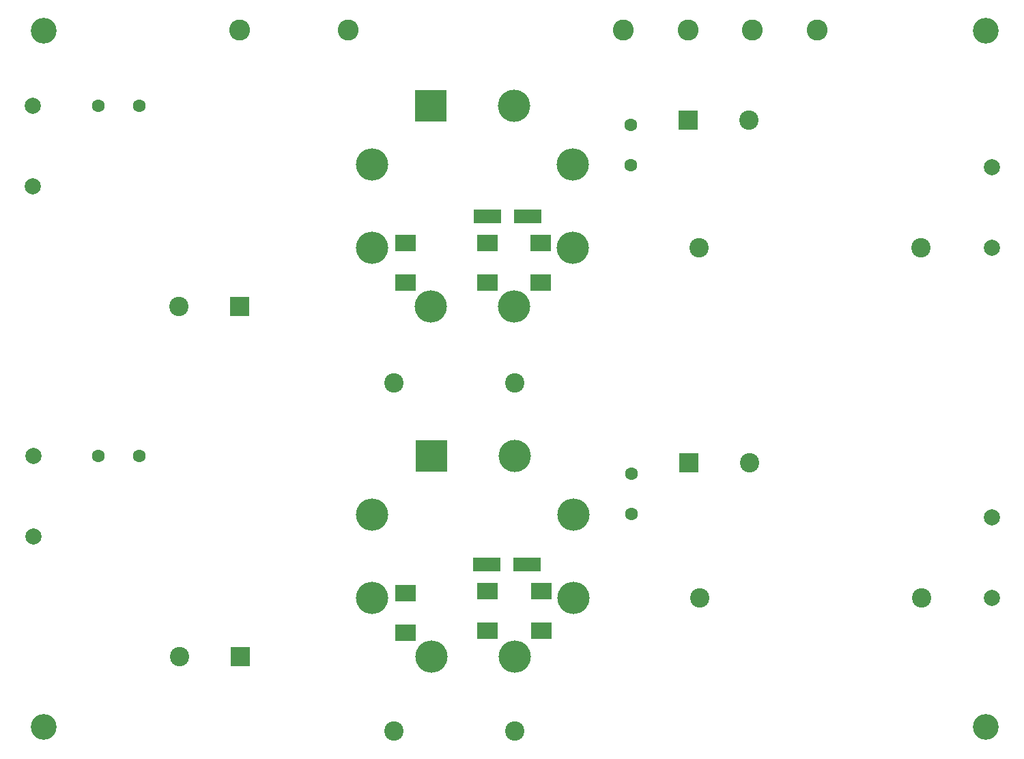
<source format=gbr>
G04 #@! TF.GenerationSoftware,KiCad,Pcbnew,(5.1.9-0-10_14)*
G04 #@! TF.CreationDate,2021-03-05T14:26:46+01:00*
G04 #@! TF.ProjectId,pre-amp-6SN7,7072652d-616d-4702-9d36-534e372e6b69,rev?*
G04 #@! TF.SameCoordinates,Original*
G04 #@! TF.FileFunction,Soldermask,Bot*
G04 #@! TF.FilePolarity,Negative*
%FSLAX46Y46*%
G04 Gerber Fmt 4.6, Leading zero omitted, Abs format (unit mm)*
G04 Created by KiCad (PCBNEW (5.1.9-0-10_14)) date 2021-03-05 14:26:46*
%MOMM*%
%LPD*%
G01*
G04 APERTURE LIST*
%ADD10R,4.000000X4.000000*%
%ADD11O,4.000000X4.000000*%
%ADD12C,4.000000*%
%ADD13R,3.500000X1.800000*%
%ADD14C,2.600000*%
%ADD15C,2.400000*%
%ADD16R,2.600000X2.100000*%
%ADD17C,2.000000*%
%ADD18R,2.400000X2.400000*%
%ADD19C,1.600000*%
%ADD20C,3.200000*%
G04 APERTURE END LIST*
D10*
X92456000Y-80391000D03*
D11*
X85149853Y-87697147D03*
X85149853Y-98029599D03*
X92456000Y-105335746D03*
X102788452Y-105335746D03*
X110094599Y-98029599D03*
X110094599Y-87697147D03*
D12*
X102788452Y-80391000D03*
D13*
X99441000Y-94107000D03*
X104441000Y-94107000D03*
X99394000Y-137287000D03*
X104394000Y-137287000D03*
D14*
X132334000Y-70993000D03*
X124333000Y-70993000D03*
D15*
X125730000Y-98044000D03*
X153230000Y-98044000D03*
X87884000Y-114808000D03*
X102884000Y-114808000D03*
X125789000Y-141478000D03*
X153289000Y-141478000D03*
X87870000Y-157988000D03*
X102870000Y-157988000D03*
D10*
X92496774Y-123798627D03*
D11*
X85190627Y-131104774D03*
X85190627Y-141437226D03*
X92496774Y-148743373D03*
X102829226Y-148743373D03*
X110135373Y-141437226D03*
X110135373Y-131104774D03*
D12*
X102829226Y-123798627D03*
D16*
X89281000Y-97409000D03*
X89281000Y-102309000D03*
X106045000Y-97462000D03*
X106045000Y-102362000D03*
X99441000Y-97462000D03*
X99441000Y-102362000D03*
X89281000Y-140896000D03*
X89281000Y-145796000D03*
D17*
X162052000Y-88011000D03*
X162052000Y-98044000D03*
X43053000Y-90424000D03*
X43053000Y-80391000D03*
D15*
X61207000Y-105283000D03*
D18*
X68707000Y-105283000D03*
D15*
X131896500Y-82169000D03*
D18*
X124396500Y-82169000D03*
D19*
X117221000Y-82757000D03*
X117221000Y-87757000D03*
X51261000Y-80391000D03*
X56261000Y-80391000D03*
D15*
X131960000Y-124714000D03*
D18*
X124460000Y-124714000D03*
D19*
X117348000Y-126064000D03*
X117348000Y-131064000D03*
D14*
X116332000Y-70993000D03*
X140335000Y-70993000D03*
D16*
X106172000Y-140642000D03*
X106172000Y-145542000D03*
X99441000Y-140642000D03*
X99441000Y-145542000D03*
D17*
X162052000Y-131445000D03*
X162052000Y-141478000D03*
D14*
X82169000Y-70993000D03*
X68707000Y-70993000D03*
D17*
X43180000Y-133858000D03*
X43180000Y-123825000D03*
D20*
X161290000Y-71120000D03*
X161290000Y-157480000D03*
X44450000Y-157480000D03*
X44450000Y-71120000D03*
D15*
X61334000Y-148717000D03*
D18*
X68834000Y-148717000D03*
D19*
X51261000Y-123825000D03*
X56261000Y-123825000D03*
M02*

</source>
